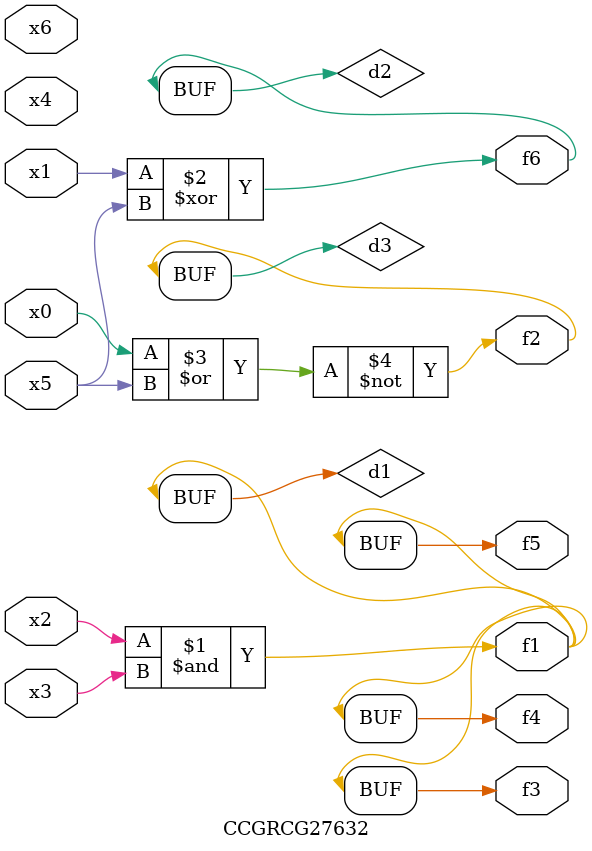
<source format=v>
module CCGRCG27632(
	input x0, x1, x2, x3, x4, x5, x6,
	output f1, f2, f3, f4, f5, f6
);

	wire d1, d2, d3;

	and (d1, x2, x3);
	xor (d2, x1, x5);
	nor (d3, x0, x5);
	assign f1 = d1;
	assign f2 = d3;
	assign f3 = d1;
	assign f4 = d1;
	assign f5 = d1;
	assign f6 = d2;
endmodule

</source>
